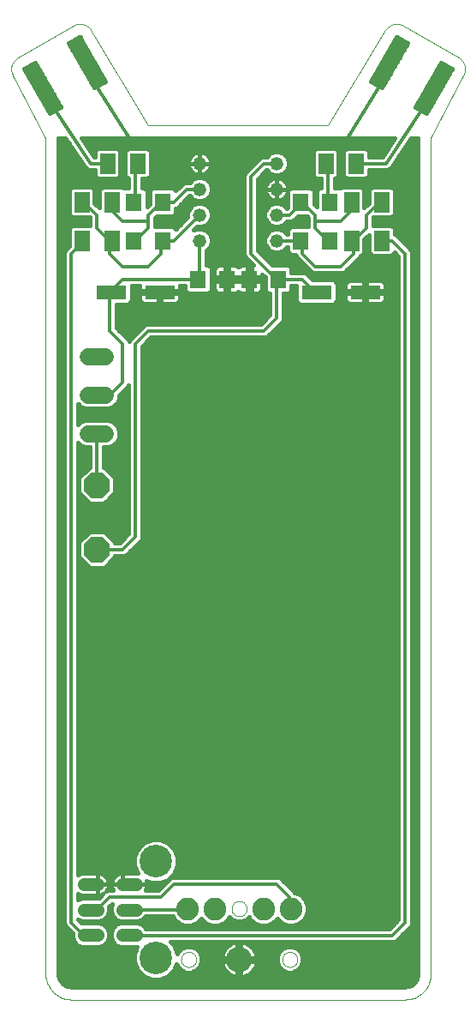
<source format=gtl>
G75*
%MOIN*%
%OFA0B0*%
%FSLAX24Y24*%
%IPPOS*%
%LPD*%
%AMOC8*
5,1,8,0,0,1.08239X$1,22.5*
%
%ADD10C,0.0000*%
%ADD11C,0.0520*%
%ADD12R,0.0630X0.0710*%
%ADD13R,0.1181X0.0551*%
%ADD14C,0.1000*%
%ADD15C,0.0886*%
%ADD16R,0.0591X0.0787*%
%ADD17C,0.0560*%
%ADD18C,0.0515*%
%ADD19C,0.1266*%
%ADD20OC8,0.1000*%
%ADD21C,0.0660*%
%ADD22C,0.0120*%
%ADD23C,0.0160*%
D10*
X005983Y001995D02*
X005983Y034495D01*
X004718Y036919D01*
X004698Y036958D01*
X004681Y036998D01*
X004668Y037040D01*
X004659Y037082D01*
X004653Y037125D01*
X004651Y037169D01*
X004653Y037213D01*
X004659Y037256D01*
X004668Y037298D01*
X004681Y037340D01*
X004698Y037380D01*
X004718Y037419D01*
X004741Y037456D01*
X004768Y037490D01*
X004797Y037523D01*
X004830Y037552D01*
X004864Y037579D01*
X004901Y037602D01*
X007066Y038852D01*
X007105Y038872D01*
X007145Y038889D01*
X007187Y038902D01*
X007229Y038911D01*
X007272Y038917D01*
X007316Y038919D01*
X007360Y038917D01*
X007403Y038911D01*
X007445Y038902D01*
X007487Y038889D01*
X007527Y038872D01*
X007566Y038852D01*
X007603Y038829D01*
X007637Y038802D01*
X007670Y038773D01*
X007699Y038740D01*
X007726Y038706D01*
X007749Y038669D01*
X009983Y034995D01*
X016983Y034995D01*
X019218Y038669D01*
X019241Y038706D01*
X019268Y038740D01*
X019297Y038773D01*
X019330Y038802D01*
X019364Y038829D01*
X019401Y038852D01*
X019440Y038872D01*
X019480Y038889D01*
X019522Y038902D01*
X019564Y038911D01*
X019607Y038917D01*
X019651Y038919D01*
X019695Y038917D01*
X019738Y038911D01*
X019780Y038902D01*
X019822Y038889D01*
X019862Y038872D01*
X019901Y038852D01*
X022066Y037602D01*
X022103Y037579D01*
X022137Y037552D01*
X022170Y037523D01*
X022199Y037490D01*
X022226Y037456D01*
X022249Y037419D01*
X022269Y037380D01*
X022286Y037340D01*
X022299Y037298D01*
X022308Y037256D01*
X022314Y037213D01*
X022316Y037169D01*
X022314Y037125D01*
X022308Y037082D01*
X022299Y037040D01*
X022286Y036998D01*
X022269Y036958D01*
X022249Y036919D01*
X020983Y034495D01*
X020983Y001995D01*
X020981Y001935D01*
X020976Y001874D01*
X020967Y001815D01*
X020954Y001756D01*
X020938Y001697D01*
X020918Y001640D01*
X020895Y001585D01*
X020868Y001530D01*
X020839Y001478D01*
X020806Y001427D01*
X020770Y001378D01*
X020732Y001332D01*
X020690Y001288D01*
X020646Y001246D01*
X020600Y001208D01*
X020551Y001172D01*
X020500Y001139D01*
X020448Y001110D01*
X020393Y001083D01*
X020338Y001060D01*
X020281Y001040D01*
X020222Y001024D01*
X020163Y001011D01*
X020104Y001002D01*
X020043Y000997D01*
X019983Y000995D01*
X006983Y000995D01*
X006923Y000997D01*
X006862Y001002D01*
X006803Y001011D01*
X006744Y001024D01*
X006685Y001040D01*
X006628Y001060D01*
X006573Y001083D01*
X006518Y001110D01*
X006466Y001139D01*
X006415Y001172D01*
X006366Y001208D01*
X006320Y001246D01*
X006276Y001288D01*
X006234Y001332D01*
X006196Y001378D01*
X006160Y001427D01*
X006127Y001478D01*
X006098Y001530D01*
X006071Y001585D01*
X006048Y001640D01*
X006028Y001697D01*
X006012Y001756D01*
X005999Y001815D01*
X005990Y001874D01*
X005985Y001935D01*
X005983Y001995D01*
X011259Y002558D02*
X011261Y002592D01*
X011267Y002626D01*
X011277Y002659D01*
X011290Y002690D01*
X011308Y002720D01*
X011328Y002748D01*
X011352Y002773D01*
X011378Y002795D01*
X011406Y002813D01*
X011437Y002829D01*
X011469Y002841D01*
X011503Y002849D01*
X011537Y002853D01*
X011571Y002853D01*
X011605Y002849D01*
X011639Y002841D01*
X011671Y002829D01*
X011701Y002813D01*
X011730Y002795D01*
X011756Y002773D01*
X011780Y002748D01*
X011800Y002720D01*
X011818Y002690D01*
X011831Y002659D01*
X011841Y002626D01*
X011847Y002592D01*
X011849Y002558D01*
X011847Y002524D01*
X011841Y002490D01*
X011831Y002457D01*
X011818Y002426D01*
X011800Y002396D01*
X011780Y002368D01*
X011756Y002343D01*
X011730Y002321D01*
X011702Y002303D01*
X011671Y002287D01*
X011639Y002275D01*
X011605Y002267D01*
X011571Y002263D01*
X011537Y002263D01*
X011503Y002267D01*
X011469Y002275D01*
X011437Y002287D01*
X011406Y002303D01*
X011378Y002321D01*
X011352Y002343D01*
X011328Y002368D01*
X011308Y002396D01*
X011290Y002426D01*
X011277Y002457D01*
X011267Y002490D01*
X011261Y002524D01*
X011259Y002558D01*
X013228Y004527D02*
X013230Y004561D01*
X013236Y004595D01*
X013246Y004628D01*
X013259Y004659D01*
X013277Y004689D01*
X013297Y004717D01*
X013321Y004742D01*
X013347Y004764D01*
X013375Y004782D01*
X013406Y004798D01*
X013438Y004810D01*
X013472Y004818D01*
X013506Y004822D01*
X013540Y004822D01*
X013574Y004818D01*
X013608Y004810D01*
X013640Y004798D01*
X013670Y004782D01*
X013699Y004764D01*
X013725Y004742D01*
X013749Y004717D01*
X013769Y004689D01*
X013787Y004659D01*
X013800Y004628D01*
X013810Y004595D01*
X013816Y004561D01*
X013818Y004527D01*
X013816Y004493D01*
X013810Y004459D01*
X013800Y004426D01*
X013787Y004395D01*
X013769Y004365D01*
X013749Y004337D01*
X013725Y004312D01*
X013699Y004290D01*
X013671Y004272D01*
X013640Y004256D01*
X013608Y004244D01*
X013574Y004236D01*
X013540Y004232D01*
X013506Y004232D01*
X013472Y004236D01*
X013438Y004244D01*
X013406Y004256D01*
X013375Y004272D01*
X013347Y004290D01*
X013321Y004312D01*
X013297Y004337D01*
X013277Y004365D01*
X013259Y004395D01*
X013246Y004426D01*
X013236Y004459D01*
X013230Y004493D01*
X013228Y004527D01*
X015196Y002558D02*
X015198Y002592D01*
X015204Y002626D01*
X015214Y002659D01*
X015227Y002690D01*
X015245Y002720D01*
X015265Y002748D01*
X015289Y002773D01*
X015315Y002795D01*
X015343Y002813D01*
X015374Y002829D01*
X015406Y002841D01*
X015440Y002849D01*
X015474Y002853D01*
X015508Y002853D01*
X015542Y002849D01*
X015576Y002841D01*
X015608Y002829D01*
X015638Y002813D01*
X015667Y002795D01*
X015693Y002773D01*
X015717Y002748D01*
X015737Y002720D01*
X015755Y002690D01*
X015768Y002659D01*
X015778Y002626D01*
X015784Y002592D01*
X015786Y002558D01*
X015784Y002524D01*
X015778Y002490D01*
X015768Y002457D01*
X015755Y002426D01*
X015737Y002396D01*
X015717Y002368D01*
X015693Y002343D01*
X015667Y002321D01*
X015639Y002303D01*
X015608Y002287D01*
X015576Y002275D01*
X015542Y002267D01*
X015508Y002263D01*
X015474Y002263D01*
X015440Y002267D01*
X015406Y002275D01*
X015374Y002287D01*
X015343Y002303D01*
X015315Y002321D01*
X015289Y002343D01*
X015265Y002368D01*
X015245Y002396D01*
X015227Y002426D01*
X015214Y002457D01*
X015204Y002490D01*
X015198Y002524D01*
X015196Y002558D01*
D11*
X014983Y030495D03*
X014983Y031495D03*
X014983Y032495D03*
X014983Y033495D03*
X011983Y033495D03*
X011983Y032495D03*
X011983Y031495D03*
X011983Y030495D03*
D12*
X011923Y028995D03*
X013043Y028995D03*
X013923Y028995D03*
X015043Y028995D03*
X015923Y030495D03*
X015923Y031995D03*
X017043Y031995D03*
X017043Y030495D03*
X010543Y030495D03*
X010543Y031995D03*
X009423Y031995D03*
X009423Y030495D03*
D13*
X008538Y028495D03*
X010428Y028495D03*
X016538Y028495D03*
X018428Y028495D03*
D14*
X013523Y002558D03*
D15*
X014468Y004527D03*
X015531Y004527D03*
X012578Y004527D03*
X011515Y004527D03*
D16*
X008574Y030495D03*
X008574Y031995D03*
X008393Y033495D03*
X009574Y033495D03*
X007393Y031995D03*
X007393Y030495D03*
X016893Y033495D03*
X017893Y031995D03*
X017893Y030495D03*
X019074Y030495D03*
X019074Y031995D03*
X018074Y033495D03*
D17*
X019131Y036987D03*
X020836Y036003D03*
X007836Y036987D03*
X006131Y036003D03*
D18*
X007484Y005480D02*
X007999Y005480D01*
X007999Y004495D02*
X007484Y004495D01*
X007484Y003511D02*
X007999Y003511D01*
X008983Y003511D02*
X009498Y003511D01*
X009498Y004495D02*
X008983Y004495D01*
X008983Y005480D02*
X009498Y005480D01*
D19*
X010282Y006365D03*
X010282Y002625D03*
D20*
X007983Y018495D03*
X007983Y020995D03*
D21*
X007653Y022995D02*
X008313Y022995D01*
X008313Y024495D02*
X007653Y024495D01*
X007653Y025995D02*
X008313Y025995D01*
D22*
X008983Y026495D02*
X008483Y026995D01*
X008483Y028495D01*
X008538Y028495D01*
X008483Y028495D02*
X008983Y028995D01*
X011923Y028995D01*
X011983Y028995D01*
X011983Y030495D01*
X010983Y030495D02*
X011983Y031495D01*
X011983Y032495D02*
X011483Y032495D01*
X010983Y031995D01*
X010543Y031995D01*
X010483Y031995D01*
X009983Y031495D01*
X009983Y031245D01*
X008983Y031245D01*
X008483Y031745D01*
X008483Y031995D01*
X008574Y031995D01*
X007983Y031495D02*
X007983Y030995D01*
X008483Y030495D01*
X008574Y030495D01*
X008483Y030495D02*
X008483Y029995D01*
X008983Y029495D01*
X009983Y029495D01*
X010483Y029995D01*
X010483Y030495D01*
X010543Y030495D01*
X010983Y030495D01*
X009983Y030995D02*
X009483Y030495D01*
X009423Y030495D01*
X009983Y030995D02*
X009983Y031245D01*
X009483Y031995D02*
X009423Y031995D01*
X009483Y031995D02*
X009483Y033495D01*
X009574Y033495D01*
X009233Y034495D02*
X007983Y036495D01*
X006233Y035745D02*
X007733Y033495D01*
X008393Y033495D01*
X007483Y031995D02*
X007983Y031495D01*
X007483Y031995D02*
X007393Y031995D01*
X007393Y030495D02*
X007483Y030495D01*
X006983Y029995D01*
X006983Y003995D01*
X007483Y003495D01*
X007983Y003495D01*
X007999Y003511D01*
X007999Y004495D02*
X007999Y004511D01*
X008483Y004995D01*
X010483Y004995D01*
X010983Y005495D01*
X014983Y005495D01*
X015483Y004995D01*
X015483Y004495D01*
X015515Y004527D01*
X015531Y004527D01*
X019483Y003495D02*
X019983Y003995D01*
X019983Y029995D01*
X019483Y030495D01*
X019074Y030495D01*
X018483Y030995D02*
X018483Y031495D01*
X018983Y031995D01*
X019074Y031995D01*
X018483Y030995D02*
X017983Y030495D01*
X017893Y030495D01*
X017983Y030495D02*
X017983Y029995D01*
X017483Y029495D01*
X016483Y029495D01*
X015983Y029995D01*
X015983Y030495D01*
X015923Y030495D01*
X014983Y030495D01*
X014983Y031495D02*
X015483Y031495D01*
X015983Y031995D01*
X016483Y031495D01*
X016483Y031245D01*
X017483Y031245D01*
X017983Y031745D01*
X017983Y031995D01*
X017893Y031995D01*
X017043Y031995D02*
X016983Y031995D01*
X016983Y033495D01*
X016893Y033495D01*
X017733Y034495D02*
X018983Y036495D01*
X020733Y035745D02*
X019233Y033495D01*
X018074Y033495D01*
X017983Y033495D01*
X016483Y031245D02*
X016483Y030995D01*
X016983Y030495D01*
X017043Y030495D01*
X015983Y028995D02*
X015043Y028995D01*
X014983Y028995D01*
X014983Y027495D01*
X014483Y026995D01*
X009983Y026995D01*
X009483Y026495D01*
X009483Y018995D01*
X008983Y018495D01*
X007983Y018495D01*
X007983Y020995D02*
X007983Y022995D01*
X007983Y024495D02*
X008483Y024495D01*
X008983Y024995D01*
X008983Y026495D01*
X013983Y029995D02*
X013983Y032995D01*
X014483Y033495D01*
X014983Y033495D01*
X014983Y032995D02*
X014983Y032495D01*
X015923Y031995D02*
X015983Y031995D01*
X013983Y029995D02*
X014983Y028995D01*
X015983Y028995D02*
X016483Y028495D01*
X016538Y028495D01*
X011515Y004527D02*
X011483Y004495D01*
X008983Y004495D01*
X008983Y003511D02*
X008983Y003495D01*
X019483Y003495D01*
D23*
X019535Y003235D02*
X019631Y003275D01*
X020204Y003848D01*
X020243Y003944D01*
X020243Y030047D01*
X020204Y030143D01*
X020131Y030216D01*
X019631Y030716D01*
X019569Y030741D01*
X019569Y030972D01*
X019452Y031089D01*
X018743Y031089D01*
X018743Y031388D01*
X018757Y031402D01*
X019452Y031402D01*
X019569Y031519D01*
X019569Y032472D01*
X019452Y032589D01*
X018696Y032589D01*
X018579Y032472D01*
X018579Y031958D01*
X018388Y031768D01*
X018388Y032472D01*
X018271Y032589D01*
X017515Y032589D01*
X017458Y032533D01*
X017441Y032550D01*
X017243Y032550D01*
X017243Y032902D01*
X017271Y032902D01*
X017388Y033019D01*
X017388Y033972D01*
X017271Y034089D01*
X016515Y034089D01*
X016397Y033972D01*
X016397Y033019D01*
X016515Y032902D01*
X016723Y032902D01*
X016723Y032550D01*
X016645Y032550D01*
X016528Y032433D01*
X016528Y031818D01*
X016438Y031908D01*
X016438Y032433D01*
X016321Y032550D01*
X015526Y032550D01*
X015421Y032446D01*
X015423Y032461D01*
X015423Y032495D01*
X014983Y032495D01*
X014983Y032495D01*
X014983Y032055D01*
X014949Y032055D01*
X014880Y032066D01*
X014814Y032088D01*
X014753Y032119D01*
X014697Y032160D01*
X014648Y032209D01*
X014607Y032265D01*
X014576Y032326D01*
X014554Y032392D01*
X014543Y032461D01*
X014543Y032495D01*
X014983Y032495D01*
X014983Y032495D01*
X014983Y032055D01*
X015018Y032055D01*
X015086Y032066D01*
X015152Y032088D01*
X015214Y032119D01*
X015270Y032160D01*
X015319Y032209D01*
X015360Y032265D01*
X015391Y032326D01*
X015408Y032380D01*
X015408Y031788D01*
X015376Y031755D01*
X015373Y031755D01*
X015373Y031756D01*
X015244Y031885D01*
X015075Y031955D01*
X014892Y031955D01*
X014723Y031885D01*
X014593Y031756D01*
X014523Y031587D01*
X014523Y031404D01*
X014593Y031235D01*
X014723Y031105D01*
X014892Y031035D01*
X015075Y031035D01*
X015244Y031105D01*
X015373Y031235D01*
X015373Y031235D01*
X015535Y031235D01*
X015631Y031275D01*
X015704Y031348D01*
X015796Y031440D01*
X016170Y031440D01*
X016223Y031388D01*
X016223Y031050D01*
X015526Y031050D01*
X015408Y030933D01*
X015408Y030755D01*
X015373Y030755D01*
X015373Y030756D01*
X015244Y030885D01*
X015075Y030955D01*
X014892Y030955D01*
X014723Y030885D01*
X014593Y030756D01*
X014523Y030587D01*
X014523Y030404D01*
X014593Y030235D01*
X014723Y030105D01*
X014892Y030035D01*
X015075Y030035D01*
X015244Y030105D01*
X015373Y030235D01*
X015373Y030235D01*
X015408Y030235D01*
X015408Y030058D01*
X015526Y029940D01*
X015725Y029940D01*
X015763Y029848D01*
X016263Y029348D01*
X016336Y029275D01*
X016432Y029235D01*
X017535Y029235D01*
X017631Y029275D01*
X018131Y029775D01*
X018204Y029848D01*
X018226Y029902D01*
X018271Y029902D01*
X018388Y030019D01*
X018388Y030532D01*
X018579Y030723D01*
X018579Y030019D01*
X018696Y029902D01*
X019452Y029902D01*
X019569Y030019D01*
X019569Y030042D01*
X019723Y029888D01*
X019723Y004103D01*
X019376Y003755D01*
X009892Y003755D01*
X009886Y003770D01*
X009757Y003899D01*
X009589Y003969D01*
X008892Y003969D01*
X008724Y003899D01*
X008595Y003770D01*
X008526Y003602D01*
X008526Y003420D01*
X008595Y003252D01*
X008724Y003123D01*
X008892Y003054D01*
X009558Y003054D01*
X009449Y002791D01*
X009449Y002460D01*
X009576Y002153D01*
X009811Y001919D01*
X010117Y001792D01*
X010448Y001792D01*
X010754Y001919D01*
X010989Y002153D01*
X011087Y002391D01*
X011134Y002278D01*
X011274Y002138D01*
X011456Y002063D01*
X011653Y002063D01*
X011835Y002138D01*
X011974Y002278D01*
X012049Y002460D01*
X012049Y002657D01*
X011974Y002839D01*
X011835Y002978D01*
X011653Y003054D01*
X011456Y003054D01*
X011274Y002978D01*
X011134Y002839D01*
X011115Y002792D01*
X010989Y003097D01*
X010851Y003235D01*
X019535Y003235D01*
X019728Y003373D02*
X020483Y003373D01*
X020483Y003531D02*
X019887Y003531D01*
X020045Y003690D02*
X020483Y003690D01*
X020483Y003848D02*
X020204Y003848D01*
X020243Y004007D02*
X020483Y004007D01*
X020483Y004165D02*
X020243Y004165D01*
X020243Y004324D02*
X020483Y004324D01*
X020483Y004482D02*
X020243Y004482D01*
X020243Y004641D02*
X020483Y004641D01*
X020483Y004799D02*
X020243Y004799D01*
X020243Y004958D02*
X020483Y004958D01*
X020483Y005116D02*
X020243Y005116D01*
X020243Y005275D02*
X020483Y005275D01*
X020483Y005433D02*
X020243Y005433D01*
X020243Y005592D02*
X020483Y005592D01*
X020483Y005750D02*
X020243Y005750D01*
X020243Y005909D02*
X020483Y005909D01*
X020483Y006067D02*
X020243Y006067D01*
X020243Y006226D02*
X020483Y006226D01*
X020483Y006384D02*
X020243Y006384D01*
X020243Y006543D02*
X020483Y006543D01*
X020483Y006701D02*
X020243Y006701D01*
X020243Y006860D02*
X020483Y006860D01*
X020483Y007018D02*
X020243Y007018D01*
X020243Y007177D02*
X020483Y007177D01*
X020483Y007335D02*
X020243Y007335D01*
X020243Y007494D02*
X020483Y007494D01*
X020483Y007652D02*
X020243Y007652D01*
X020243Y007811D02*
X020483Y007811D01*
X020483Y007969D02*
X020243Y007969D01*
X020243Y008128D02*
X020483Y008128D01*
X020483Y008286D02*
X020243Y008286D01*
X020243Y008445D02*
X020483Y008445D01*
X020483Y008603D02*
X020243Y008603D01*
X020243Y008762D02*
X020483Y008762D01*
X020483Y008920D02*
X020243Y008920D01*
X020243Y009079D02*
X020483Y009079D01*
X020483Y009237D02*
X020243Y009237D01*
X020243Y009396D02*
X020483Y009396D01*
X020483Y009554D02*
X020243Y009554D01*
X020243Y009713D02*
X020483Y009713D01*
X020483Y009871D02*
X020243Y009871D01*
X020243Y010030D02*
X020483Y010030D01*
X020483Y010188D02*
X020243Y010188D01*
X020243Y010347D02*
X020483Y010347D01*
X020483Y010505D02*
X020243Y010505D01*
X020243Y010664D02*
X020483Y010664D01*
X020483Y010822D02*
X020243Y010822D01*
X020243Y010981D02*
X020483Y010981D01*
X020483Y011139D02*
X020243Y011139D01*
X020243Y011298D02*
X020483Y011298D01*
X020483Y011456D02*
X020243Y011456D01*
X020243Y011615D02*
X020483Y011615D01*
X020483Y011773D02*
X020243Y011773D01*
X020243Y011932D02*
X020483Y011932D01*
X020483Y012090D02*
X020243Y012090D01*
X020243Y012249D02*
X020483Y012249D01*
X020483Y012407D02*
X020243Y012407D01*
X020243Y012566D02*
X020483Y012566D01*
X020483Y012724D02*
X020243Y012724D01*
X020243Y012883D02*
X020483Y012883D01*
X020483Y013041D02*
X020243Y013041D01*
X020243Y013200D02*
X020483Y013200D01*
X020483Y013358D02*
X020243Y013358D01*
X020243Y013517D02*
X020483Y013517D01*
X020483Y013675D02*
X020243Y013675D01*
X020243Y013834D02*
X020483Y013834D01*
X020483Y013992D02*
X020243Y013992D01*
X020243Y014151D02*
X020483Y014151D01*
X020483Y014309D02*
X020243Y014309D01*
X020243Y014468D02*
X020483Y014468D01*
X020483Y014626D02*
X020243Y014626D01*
X020243Y014785D02*
X020483Y014785D01*
X020483Y014943D02*
X020243Y014943D01*
X020243Y015102D02*
X020483Y015102D01*
X020483Y015260D02*
X020243Y015260D01*
X020243Y015419D02*
X020483Y015419D01*
X020483Y015577D02*
X020243Y015577D01*
X020243Y015736D02*
X020483Y015736D01*
X020483Y015894D02*
X020243Y015894D01*
X020243Y016053D02*
X020483Y016053D01*
X020483Y016211D02*
X020243Y016211D01*
X020243Y016370D02*
X020483Y016370D01*
X020483Y016528D02*
X020243Y016528D01*
X020243Y016687D02*
X020483Y016687D01*
X020483Y016845D02*
X020243Y016845D01*
X020243Y017004D02*
X020483Y017004D01*
X020483Y017162D02*
X020243Y017162D01*
X020243Y017321D02*
X020483Y017321D01*
X020483Y017479D02*
X020243Y017479D01*
X020243Y017638D02*
X020483Y017638D01*
X020483Y017796D02*
X020243Y017796D01*
X020243Y017955D02*
X020483Y017955D01*
X020483Y018113D02*
X020243Y018113D01*
X020243Y018272D02*
X020483Y018272D01*
X020483Y018430D02*
X020243Y018430D01*
X020243Y018589D02*
X020483Y018589D01*
X020483Y018747D02*
X020243Y018747D01*
X020243Y018906D02*
X020483Y018906D01*
X020483Y019064D02*
X020243Y019064D01*
X020243Y019223D02*
X020483Y019223D01*
X020483Y019381D02*
X020243Y019381D01*
X020243Y019540D02*
X020483Y019540D01*
X020483Y019698D02*
X020243Y019698D01*
X020243Y019857D02*
X020483Y019857D01*
X020483Y020015D02*
X020243Y020015D01*
X020243Y020174D02*
X020483Y020174D01*
X020483Y020332D02*
X020243Y020332D01*
X020243Y020491D02*
X020483Y020491D01*
X020483Y020649D02*
X020243Y020649D01*
X020243Y020808D02*
X020483Y020808D01*
X020483Y020966D02*
X020243Y020966D01*
X020243Y021125D02*
X020483Y021125D01*
X020483Y021283D02*
X020243Y021283D01*
X020243Y021442D02*
X020483Y021442D01*
X020483Y021600D02*
X020243Y021600D01*
X020243Y021759D02*
X020483Y021759D01*
X020483Y021917D02*
X020243Y021917D01*
X020243Y022076D02*
X020483Y022076D01*
X020483Y022234D02*
X020243Y022234D01*
X020243Y022393D02*
X020483Y022393D01*
X020483Y022551D02*
X020243Y022551D01*
X020243Y022710D02*
X020483Y022710D01*
X020483Y022868D02*
X020243Y022868D01*
X020243Y023027D02*
X020483Y023027D01*
X020483Y023185D02*
X020243Y023185D01*
X020243Y023344D02*
X020483Y023344D01*
X020483Y023502D02*
X020243Y023502D01*
X020243Y023661D02*
X020483Y023661D01*
X020483Y023819D02*
X020243Y023819D01*
X020243Y023978D02*
X020483Y023978D01*
X020483Y024136D02*
X020243Y024136D01*
X020243Y024295D02*
X020483Y024295D01*
X020483Y024453D02*
X020243Y024453D01*
X020243Y024612D02*
X020483Y024612D01*
X020483Y024770D02*
X020243Y024770D01*
X020243Y024929D02*
X020483Y024929D01*
X020483Y025087D02*
X020243Y025087D01*
X020243Y025246D02*
X020483Y025246D01*
X020483Y025404D02*
X020243Y025404D01*
X020243Y025563D02*
X020483Y025563D01*
X020483Y025721D02*
X020243Y025721D01*
X020243Y025880D02*
X020483Y025880D01*
X020483Y026038D02*
X020243Y026038D01*
X020243Y026197D02*
X020483Y026197D01*
X020483Y026355D02*
X020243Y026355D01*
X020243Y026514D02*
X020483Y026514D01*
X020483Y026672D02*
X020243Y026672D01*
X020243Y026831D02*
X020483Y026831D01*
X020483Y026989D02*
X020243Y026989D01*
X020243Y027148D02*
X020483Y027148D01*
X020483Y027306D02*
X020243Y027306D01*
X020243Y027465D02*
X020483Y027465D01*
X020483Y027623D02*
X020243Y027623D01*
X020243Y027782D02*
X020483Y027782D01*
X020483Y027940D02*
X020243Y027940D01*
X020243Y028099D02*
X020483Y028099D01*
X020483Y028257D02*
X020243Y028257D01*
X020243Y028416D02*
X020483Y028416D01*
X020483Y028574D02*
X020243Y028574D01*
X020243Y028733D02*
X020483Y028733D01*
X020483Y028891D02*
X020243Y028891D01*
X020243Y029050D02*
X020483Y029050D01*
X020483Y029208D02*
X020243Y029208D01*
X020243Y029367D02*
X020483Y029367D01*
X020483Y029525D02*
X020243Y029525D01*
X020243Y029684D02*
X020483Y029684D01*
X020483Y029842D02*
X020243Y029842D01*
X020243Y030001D02*
X020483Y030001D01*
X020483Y030159D02*
X020187Y030159D01*
X020028Y030318D02*
X020483Y030318D01*
X020483Y030476D02*
X019870Y030476D01*
X019711Y030635D02*
X020483Y030635D01*
X020483Y030793D02*
X019569Y030793D01*
X019569Y030952D02*
X020483Y030952D01*
X020483Y031110D02*
X018743Y031110D01*
X018743Y031269D02*
X020483Y031269D01*
X020483Y031427D02*
X019478Y031427D01*
X019569Y031586D02*
X020483Y031586D01*
X020483Y031744D02*
X019569Y031744D01*
X019569Y031903D02*
X020483Y031903D01*
X020483Y032061D02*
X019569Y032061D01*
X019569Y032220D02*
X020483Y032220D01*
X020483Y032378D02*
X019569Y032378D01*
X019504Y032537D02*
X020483Y032537D01*
X020483Y032695D02*
X017243Y032695D01*
X017243Y032854D02*
X020483Y032854D01*
X020483Y033012D02*
X018563Y033012D01*
X018569Y033019D02*
X018569Y033235D01*
X019208Y033235D01*
X019234Y033230D01*
X019259Y033235D01*
X019285Y033235D01*
X019309Y033245D01*
X019335Y033251D01*
X019357Y033265D01*
X019381Y033275D01*
X019399Y033293D01*
X019421Y033308D01*
X019435Y033330D01*
X019454Y033348D01*
X019464Y033372D01*
X020212Y034495D01*
X020483Y034495D01*
X020483Y001995D01*
X020476Y001909D01*
X020453Y001824D01*
X020416Y001745D01*
X020366Y001674D01*
X020305Y001612D01*
X020233Y001562D01*
X020154Y001526D01*
X020070Y001503D01*
X019983Y001495D01*
X006983Y001495D01*
X006896Y001503D01*
X006812Y001526D01*
X006733Y001562D01*
X006662Y001612D01*
X006600Y001674D01*
X006550Y001745D01*
X006513Y001824D01*
X006491Y001909D01*
X006483Y001995D01*
X006483Y034495D01*
X006754Y034495D01*
X007503Y033372D01*
X007513Y033348D01*
X007531Y033330D01*
X007546Y033308D01*
X007567Y033293D01*
X007586Y033275D01*
X007610Y033265D01*
X007632Y033251D01*
X007657Y033245D01*
X007682Y033235D01*
X007708Y033235D01*
X007733Y033230D01*
X007759Y033235D01*
X007897Y033235D01*
X007897Y033019D01*
X008015Y032902D01*
X008771Y032902D01*
X008888Y033019D01*
X008888Y033972D01*
X008771Y034089D01*
X008015Y034089D01*
X007897Y033972D01*
X007897Y033755D01*
X007872Y033755D01*
X007379Y034495D01*
X019587Y034495D01*
X019094Y033755D01*
X018569Y033755D01*
X018569Y033972D01*
X018452Y034089D01*
X017696Y034089D01*
X017579Y033972D01*
X017579Y033019D01*
X017696Y032902D01*
X018452Y032902D01*
X018569Y033019D01*
X018569Y033171D02*
X020483Y033171D01*
X020483Y033329D02*
X019435Y033329D01*
X019541Y033488D02*
X020483Y033488D01*
X020483Y033646D02*
X019646Y033646D01*
X019752Y033805D02*
X020483Y033805D01*
X020483Y033963D02*
X019858Y033963D01*
X019963Y034122D02*
X020483Y034122D01*
X020483Y034280D02*
X020069Y034280D01*
X020175Y034439D02*
X020483Y034439D01*
X020816Y035437D02*
X020383Y035687D01*
X021383Y037419D01*
X021816Y037169D01*
X020816Y035437D01*
X020880Y035548D02*
X020623Y035548D01*
X020394Y035707D02*
X020971Y035707D01*
X021063Y035865D02*
X020486Y035865D01*
X020577Y036024D02*
X021154Y036024D01*
X021246Y036182D02*
X020669Y036182D01*
X020760Y036341D02*
X021337Y036341D01*
X021429Y036499D02*
X020852Y036499D01*
X020943Y036658D02*
X021520Y036658D01*
X021612Y036816D02*
X021035Y036816D01*
X021126Y036975D02*
X021704Y036975D01*
X021795Y037133D02*
X021218Y037133D01*
X021309Y037292D02*
X021604Y037292D01*
X020084Y038169D02*
X019084Y036437D01*
X018651Y036687D01*
X019651Y038419D01*
X020084Y038169D01*
X020035Y038084D02*
X019457Y038084D01*
X019366Y037926D02*
X019943Y037926D01*
X019852Y037767D02*
X019274Y037767D01*
X019183Y037609D02*
X019760Y037609D01*
X019669Y037450D02*
X019091Y037450D01*
X019000Y037292D02*
X019577Y037292D01*
X019486Y037133D02*
X018908Y037133D01*
X018817Y036975D02*
X019394Y036975D01*
X019303Y036816D02*
X018725Y036816D01*
X018702Y036658D02*
X019211Y036658D01*
X019120Y036499D02*
X018976Y036499D01*
X019549Y038243D02*
X019956Y038243D01*
X019682Y038401D02*
X019640Y038401D01*
X019550Y034439D02*
X007417Y034439D01*
X007522Y034280D02*
X019444Y034280D01*
X019338Y034122D02*
X007628Y034122D01*
X007734Y033963D02*
X007897Y033963D01*
X007897Y033805D02*
X007839Y033805D01*
X007531Y033329D02*
X006483Y033329D01*
X006483Y033171D02*
X007897Y033171D01*
X007904Y033012D02*
X006483Y033012D01*
X006483Y032854D02*
X009223Y032854D01*
X009223Y032902D02*
X009223Y032550D01*
X009026Y032550D01*
X009008Y032533D01*
X008952Y032589D01*
X008196Y032589D01*
X008079Y032472D01*
X008079Y031768D01*
X007888Y031958D01*
X007888Y032472D01*
X007771Y032589D01*
X007015Y032589D01*
X006897Y032472D01*
X006897Y031519D01*
X007015Y031402D01*
X007709Y031402D01*
X007723Y031388D01*
X007723Y031089D01*
X007015Y031089D01*
X006897Y030972D01*
X006897Y030277D01*
X006763Y030143D01*
X006723Y030047D01*
X006723Y003944D01*
X006763Y003848D01*
X006836Y003775D01*
X007027Y003584D01*
X007027Y003420D01*
X007096Y003252D01*
X007225Y003123D01*
X007393Y003054D01*
X008090Y003054D01*
X008258Y003123D01*
X008387Y003252D01*
X008456Y003420D01*
X008456Y003602D01*
X008387Y003770D01*
X008258Y003899D01*
X008090Y003969D01*
X007393Y003969D01*
X007382Y003964D01*
X007249Y004098D01*
X007393Y004038D01*
X008090Y004038D01*
X008258Y004108D01*
X008387Y004236D01*
X008456Y004404D01*
X008456Y004586D01*
X008452Y004597D01*
X008585Y004729D01*
X008526Y004586D01*
X008526Y004404D01*
X008595Y004236D01*
X008724Y004108D01*
X008892Y004038D01*
X009589Y004038D01*
X009757Y004108D01*
X009885Y004235D01*
X010940Y004235D01*
X010970Y004163D01*
X011151Y003982D01*
X011387Y003884D01*
X011643Y003884D01*
X011879Y003982D01*
X012046Y004149D01*
X012214Y003982D01*
X012450Y003884D01*
X012706Y003884D01*
X012942Y003982D01*
X013123Y004163D01*
X013141Y004208D01*
X013242Y004107D01*
X013424Y004032D01*
X013621Y004032D01*
X013803Y004107D01*
X013904Y004208D01*
X013922Y004163D01*
X014103Y003982D01*
X014340Y003884D01*
X014595Y003884D01*
X014832Y003982D01*
X014999Y004149D01*
X015166Y003982D01*
X015403Y003884D01*
X015658Y003884D01*
X015895Y003982D01*
X016076Y004163D01*
X016173Y004399D01*
X016173Y004655D01*
X016076Y004891D01*
X015895Y005072D01*
X015689Y005157D01*
X015631Y005216D01*
X015631Y005216D01*
X015204Y005643D01*
X015131Y005716D01*
X015035Y005755D01*
X010932Y005755D01*
X010836Y005716D01*
X010763Y005643D01*
X010376Y005255D01*
X009875Y005255D01*
X009904Y005312D01*
X009925Y005377D01*
X009936Y005445D01*
X009936Y005480D01*
X009936Y005514D01*
X009925Y005582D01*
X009914Y005616D01*
X010117Y005532D01*
X010448Y005532D01*
X010754Y005659D01*
X010989Y005894D01*
X011116Y006200D01*
X011116Y006531D01*
X010989Y006837D01*
X010754Y007072D01*
X010448Y007199D01*
X010117Y007199D01*
X009811Y007072D01*
X009576Y006837D01*
X009449Y006531D01*
X009449Y006200D01*
X009569Y005911D01*
X009533Y005917D01*
X008983Y005917D01*
X008949Y005917D01*
X008881Y005906D01*
X008815Y005885D01*
X008754Y005854D01*
X008698Y005813D01*
X008650Y005765D01*
X008609Y005709D01*
X008578Y005648D01*
X008557Y005582D01*
X008546Y005514D01*
X008546Y005480D01*
X008983Y005480D01*
X008983Y005917D01*
X008983Y005480D01*
X008983Y005480D01*
X008983Y005480D01*
X008546Y005480D01*
X008546Y005445D01*
X008557Y005377D01*
X008578Y005312D01*
X008607Y005255D01*
X008432Y005255D01*
X008353Y005223D01*
X008373Y005250D01*
X008404Y005312D01*
X008426Y005377D01*
X008436Y005445D01*
X008436Y005480D01*
X008436Y005514D01*
X008426Y005582D01*
X008404Y005648D01*
X008373Y005709D01*
X008333Y005765D01*
X008284Y005813D01*
X008228Y005854D01*
X008167Y005885D01*
X008101Y005906D01*
X008033Y005917D01*
X007999Y005917D01*
X007450Y005917D01*
X007382Y005906D01*
X007316Y005885D01*
X007255Y005854D01*
X007243Y005845D01*
X007243Y022656D01*
X007353Y022546D01*
X007548Y022465D01*
X007723Y022465D01*
X007723Y021695D01*
X007693Y021695D01*
X007283Y021285D01*
X007283Y020705D01*
X007693Y020295D01*
X008273Y020295D01*
X008683Y020705D01*
X008683Y021285D01*
X008273Y021695D01*
X008243Y021695D01*
X008243Y022465D01*
X008419Y022465D01*
X008613Y022546D01*
X008763Y022695D01*
X008843Y022890D01*
X008843Y023101D01*
X008763Y023296D01*
X008613Y023445D01*
X008419Y023525D01*
X007548Y023525D01*
X007353Y023445D01*
X007243Y023335D01*
X007243Y024156D01*
X007353Y024046D01*
X007548Y023965D01*
X008419Y023965D01*
X008613Y024046D01*
X008763Y024195D01*
X008843Y024390D01*
X008843Y024488D01*
X009131Y024775D01*
X009204Y024848D01*
X009223Y024895D01*
X009223Y019103D01*
X008876Y018755D01*
X008683Y018755D01*
X008683Y018785D01*
X008273Y019195D01*
X007693Y019195D01*
X007283Y018785D01*
X007283Y018205D01*
X007693Y017795D01*
X008273Y017795D01*
X008683Y018205D01*
X008683Y018235D01*
X009035Y018235D01*
X009131Y018275D01*
X009631Y018775D01*
X009704Y018848D01*
X009743Y018944D01*
X009743Y026388D01*
X010091Y026735D01*
X014535Y026735D01*
X014631Y026775D01*
X015131Y027275D01*
X015204Y027348D01*
X015243Y027444D01*
X015243Y028440D01*
X015441Y028440D01*
X015558Y028558D01*
X015558Y028735D01*
X015748Y028735D01*
X015748Y028137D01*
X015865Y028020D01*
X017212Y028020D01*
X017329Y028137D01*
X017329Y028854D01*
X017212Y028971D01*
X016375Y028971D01*
X016204Y029143D01*
X016131Y029216D01*
X016035Y029255D01*
X015558Y029255D01*
X015558Y029433D01*
X015441Y029550D01*
X014796Y029550D01*
X014243Y030103D01*
X014243Y032888D01*
X014591Y033235D01*
X014593Y033235D01*
X014593Y033235D01*
X014723Y033105D01*
X014892Y033035D01*
X015075Y033035D01*
X015244Y033105D01*
X015373Y033235D01*
X015443Y033404D01*
X015443Y033587D01*
X015373Y033756D01*
X015244Y033885D01*
X015075Y033955D01*
X014892Y033955D01*
X014723Y033885D01*
X014593Y033756D01*
X014593Y033755D01*
X014432Y033755D01*
X014336Y033716D01*
X014263Y033643D01*
X013763Y033143D01*
X013723Y033047D01*
X013723Y029944D01*
X013763Y029848D01*
X013836Y029775D01*
X014081Y029530D01*
X014001Y029530D01*
X014001Y029073D01*
X013846Y029073D01*
X013846Y029530D01*
X013585Y029530D01*
X013539Y029518D01*
X013498Y029494D01*
X013483Y029480D01*
X013469Y029494D01*
X013428Y029518D01*
X013382Y029530D01*
X013121Y029530D01*
X013121Y029073D01*
X013846Y029073D01*
X013846Y028918D01*
X013538Y028918D01*
X013121Y028918D01*
X013121Y029073D01*
X012966Y029073D01*
X012966Y029530D01*
X012704Y029530D01*
X012659Y029518D01*
X012618Y029494D01*
X012584Y029461D01*
X012560Y029420D01*
X012548Y029374D01*
X012548Y029073D01*
X012966Y029073D01*
X012966Y028918D01*
X013121Y028918D01*
X013121Y028460D01*
X013382Y028460D01*
X013428Y028473D01*
X013469Y028496D01*
X013483Y028511D01*
X013498Y028496D01*
X013539Y028473D01*
X013585Y028460D01*
X013846Y028460D01*
X013846Y028918D01*
X014001Y028918D01*
X014001Y029073D01*
X014418Y029073D01*
X014418Y029193D01*
X014528Y029083D01*
X014528Y028558D01*
X014645Y028440D01*
X014723Y028440D01*
X014723Y027603D01*
X014376Y027255D01*
X009932Y027255D01*
X009836Y027216D01*
X009263Y026643D01*
X009233Y026571D01*
X009204Y026643D01*
X008743Y027103D01*
X008743Y028020D01*
X009212Y028020D01*
X009329Y028137D01*
X009329Y028735D01*
X009658Y028735D01*
X009658Y028553D01*
X010370Y028553D01*
X010370Y028438D01*
X009658Y028438D01*
X009658Y028196D01*
X009670Y028150D01*
X009694Y028109D01*
X009727Y028076D01*
X009768Y028052D01*
X009814Y028040D01*
X010370Y028040D01*
X010370Y028438D01*
X010486Y028438D01*
X010486Y028553D01*
X011199Y028553D01*
X011199Y028735D01*
X011408Y028735D01*
X011408Y028558D01*
X011526Y028440D01*
X012321Y028440D01*
X012438Y028558D01*
X012438Y029433D01*
X012321Y029550D01*
X012243Y029550D01*
X012243Y030105D01*
X012244Y030105D01*
X012373Y030235D01*
X012443Y030404D01*
X012443Y030587D01*
X012373Y030756D01*
X012244Y030885D01*
X012075Y030955D01*
X011892Y030955D01*
X011754Y030898D01*
X011891Y031036D01*
X011892Y031035D01*
X012075Y031035D01*
X012244Y031105D01*
X012373Y031235D01*
X012443Y031404D01*
X012443Y031587D01*
X012373Y031756D01*
X012244Y031885D01*
X012075Y031955D01*
X011892Y031955D01*
X011723Y031885D01*
X011593Y031756D01*
X011523Y031587D01*
X011523Y031404D01*
X011524Y031403D01*
X011056Y030935D01*
X010941Y031050D01*
X010243Y031050D01*
X010243Y031388D01*
X010296Y031440D01*
X010941Y031440D01*
X011058Y031558D01*
X011058Y031745D01*
X011131Y031775D01*
X011591Y032235D01*
X011593Y032235D01*
X011593Y032235D01*
X011723Y032105D01*
X011892Y032035D01*
X012075Y032035D01*
X012244Y032105D01*
X012373Y032235D01*
X012443Y032404D01*
X012443Y032587D01*
X012373Y032756D01*
X012244Y032885D01*
X012075Y032955D01*
X011892Y032955D01*
X011723Y032885D01*
X011593Y032756D01*
X011593Y032755D01*
X011432Y032755D01*
X011336Y032716D01*
X011263Y032643D01*
X011056Y032435D01*
X010941Y032550D01*
X010145Y032550D01*
X010028Y032433D01*
X010028Y031908D01*
X009938Y031818D01*
X009938Y032433D01*
X009821Y032550D01*
X009743Y032550D01*
X009743Y032902D01*
X009952Y032902D01*
X010069Y033019D01*
X010069Y033972D01*
X009952Y034089D01*
X009196Y034089D01*
X009079Y033972D01*
X009079Y033019D01*
X009196Y032902D01*
X009223Y032902D01*
X009085Y033012D02*
X008882Y033012D01*
X008888Y033171D02*
X009079Y033171D01*
X009079Y033329D02*
X008888Y033329D01*
X008888Y033488D02*
X009079Y033488D01*
X009079Y033646D02*
X008888Y033646D01*
X008888Y033805D02*
X009079Y033805D01*
X009079Y033963D02*
X008888Y033963D01*
X009223Y032695D02*
X006483Y032695D01*
X006483Y032537D02*
X006962Y032537D01*
X006897Y032378D02*
X006483Y032378D01*
X006483Y032220D02*
X006897Y032220D01*
X006897Y032061D02*
X006483Y032061D01*
X006483Y031903D02*
X006897Y031903D01*
X006897Y031744D02*
X006483Y031744D01*
X006483Y031586D02*
X006897Y031586D01*
X006989Y031427D02*
X006483Y031427D01*
X006483Y031269D02*
X007723Y031269D01*
X007723Y031110D02*
X006483Y031110D01*
X006483Y030952D02*
X006897Y030952D01*
X006897Y030793D02*
X006483Y030793D01*
X006483Y030635D02*
X006897Y030635D01*
X006897Y030476D02*
X006483Y030476D01*
X006483Y030318D02*
X006897Y030318D01*
X006780Y030159D02*
X006483Y030159D01*
X006483Y030001D02*
X006723Y030001D01*
X006723Y029842D02*
X006483Y029842D01*
X006483Y029684D02*
X006723Y029684D01*
X006723Y029525D02*
X006483Y029525D01*
X006483Y029367D02*
X006723Y029367D01*
X006723Y029208D02*
X006483Y029208D01*
X006483Y029050D02*
X006723Y029050D01*
X006723Y028891D02*
X006483Y028891D01*
X006483Y028733D02*
X006723Y028733D01*
X006723Y028574D02*
X006483Y028574D01*
X006483Y028416D02*
X006723Y028416D01*
X006723Y028257D02*
X006483Y028257D01*
X006483Y028099D02*
X006723Y028099D01*
X006723Y027940D02*
X006483Y027940D01*
X006483Y027782D02*
X006723Y027782D01*
X006723Y027623D02*
X006483Y027623D01*
X006483Y027465D02*
X006723Y027465D01*
X006723Y027306D02*
X006483Y027306D01*
X006483Y027148D02*
X006723Y027148D01*
X006723Y026989D02*
X006483Y026989D01*
X006483Y026831D02*
X006723Y026831D01*
X006723Y026672D02*
X006483Y026672D01*
X006483Y026514D02*
X006723Y026514D01*
X006723Y026355D02*
X006483Y026355D01*
X006483Y026197D02*
X006723Y026197D01*
X006723Y026038D02*
X006483Y026038D01*
X006483Y025880D02*
X006723Y025880D01*
X006723Y025721D02*
X006483Y025721D01*
X006483Y025563D02*
X006723Y025563D01*
X006723Y025404D02*
X006483Y025404D01*
X006483Y025246D02*
X006723Y025246D01*
X006723Y025087D02*
X006483Y025087D01*
X006483Y024929D02*
X006723Y024929D01*
X006723Y024770D02*
X006483Y024770D01*
X006483Y024612D02*
X006723Y024612D01*
X006723Y024453D02*
X006483Y024453D01*
X006483Y024295D02*
X006723Y024295D01*
X006723Y024136D02*
X006483Y024136D01*
X006483Y023978D02*
X006723Y023978D01*
X006723Y023819D02*
X006483Y023819D01*
X006483Y023661D02*
X006723Y023661D01*
X006723Y023502D02*
X006483Y023502D01*
X006483Y023344D02*
X006723Y023344D01*
X006723Y023185D02*
X006483Y023185D01*
X006483Y023027D02*
X006723Y023027D01*
X006723Y022868D02*
X006483Y022868D01*
X006483Y022710D02*
X006723Y022710D01*
X006723Y022551D02*
X006483Y022551D01*
X006483Y022393D02*
X006723Y022393D01*
X006723Y022234D02*
X006483Y022234D01*
X006483Y022076D02*
X006723Y022076D01*
X006723Y021917D02*
X006483Y021917D01*
X006483Y021759D02*
X006723Y021759D01*
X006723Y021600D02*
X006483Y021600D01*
X006483Y021442D02*
X006723Y021442D01*
X006723Y021283D02*
X006483Y021283D01*
X006483Y021125D02*
X006723Y021125D01*
X006723Y020966D02*
X006483Y020966D01*
X006483Y020808D02*
X006723Y020808D01*
X006723Y020649D02*
X006483Y020649D01*
X006483Y020491D02*
X006723Y020491D01*
X006723Y020332D02*
X006483Y020332D01*
X006483Y020174D02*
X006723Y020174D01*
X006723Y020015D02*
X006483Y020015D01*
X006483Y019857D02*
X006723Y019857D01*
X006723Y019698D02*
X006483Y019698D01*
X006483Y019540D02*
X006723Y019540D01*
X006723Y019381D02*
X006483Y019381D01*
X006483Y019223D02*
X006723Y019223D01*
X006723Y019064D02*
X006483Y019064D01*
X006483Y018906D02*
X006723Y018906D01*
X006723Y018747D02*
X006483Y018747D01*
X006483Y018589D02*
X006723Y018589D01*
X006723Y018430D02*
X006483Y018430D01*
X006483Y018272D02*
X006723Y018272D01*
X006723Y018113D02*
X006483Y018113D01*
X006483Y017955D02*
X006723Y017955D01*
X006723Y017796D02*
X006483Y017796D01*
X006483Y017638D02*
X006723Y017638D01*
X006723Y017479D02*
X006483Y017479D01*
X006483Y017321D02*
X006723Y017321D01*
X006723Y017162D02*
X006483Y017162D01*
X006483Y017004D02*
X006723Y017004D01*
X006723Y016845D02*
X006483Y016845D01*
X006483Y016687D02*
X006723Y016687D01*
X006723Y016528D02*
X006483Y016528D01*
X006483Y016370D02*
X006723Y016370D01*
X006723Y016211D02*
X006483Y016211D01*
X006483Y016053D02*
X006723Y016053D01*
X006723Y015894D02*
X006483Y015894D01*
X006483Y015736D02*
X006723Y015736D01*
X006723Y015577D02*
X006483Y015577D01*
X006483Y015419D02*
X006723Y015419D01*
X006723Y015260D02*
X006483Y015260D01*
X006483Y015102D02*
X006723Y015102D01*
X006723Y014943D02*
X006483Y014943D01*
X006483Y014785D02*
X006723Y014785D01*
X006723Y014626D02*
X006483Y014626D01*
X006483Y014468D02*
X006723Y014468D01*
X006723Y014309D02*
X006483Y014309D01*
X006483Y014151D02*
X006723Y014151D01*
X006723Y013992D02*
X006483Y013992D01*
X006483Y013834D02*
X006723Y013834D01*
X006723Y013675D02*
X006483Y013675D01*
X006483Y013517D02*
X006723Y013517D01*
X006723Y013358D02*
X006483Y013358D01*
X006483Y013200D02*
X006723Y013200D01*
X006723Y013041D02*
X006483Y013041D01*
X006483Y012883D02*
X006723Y012883D01*
X006723Y012724D02*
X006483Y012724D01*
X006483Y012566D02*
X006723Y012566D01*
X006723Y012407D02*
X006483Y012407D01*
X006483Y012249D02*
X006723Y012249D01*
X006723Y012090D02*
X006483Y012090D01*
X006483Y011932D02*
X006723Y011932D01*
X006723Y011773D02*
X006483Y011773D01*
X006483Y011615D02*
X006723Y011615D01*
X006723Y011456D02*
X006483Y011456D01*
X006483Y011298D02*
X006723Y011298D01*
X006723Y011139D02*
X006483Y011139D01*
X006483Y010981D02*
X006723Y010981D01*
X006723Y010822D02*
X006483Y010822D01*
X006483Y010664D02*
X006723Y010664D01*
X006723Y010505D02*
X006483Y010505D01*
X006483Y010347D02*
X006723Y010347D01*
X006723Y010188D02*
X006483Y010188D01*
X006483Y010030D02*
X006723Y010030D01*
X006723Y009871D02*
X006483Y009871D01*
X006483Y009713D02*
X006723Y009713D01*
X006723Y009554D02*
X006483Y009554D01*
X006483Y009396D02*
X006723Y009396D01*
X006723Y009237D02*
X006483Y009237D01*
X006483Y009079D02*
X006723Y009079D01*
X006723Y008920D02*
X006483Y008920D01*
X006483Y008762D02*
X006723Y008762D01*
X006723Y008603D02*
X006483Y008603D01*
X006483Y008445D02*
X006723Y008445D01*
X006723Y008286D02*
X006483Y008286D01*
X006483Y008128D02*
X006723Y008128D01*
X006723Y007969D02*
X006483Y007969D01*
X006483Y007811D02*
X006723Y007811D01*
X006723Y007652D02*
X006483Y007652D01*
X006483Y007494D02*
X006723Y007494D01*
X006723Y007335D02*
X006483Y007335D01*
X006483Y007177D02*
X006723Y007177D01*
X006723Y007018D02*
X006483Y007018D01*
X006483Y006860D02*
X006723Y006860D01*
X006723Y006701D02*
X006483Y006701D01*
X006483Y006543D02*
X006723Y006543D01*
X006723Y006384D02*
X006483Y006384D01*
X006483Y006226D02*
X006723Y006226D01*
X006723Y006067D02*
X006483Y006067D01*
X006483Y005909D02*
X006723Y005909D01*
X006723Y005750D02*
X006483Y005750D01*
X006483Y005592D02*
X006723Y005592D01*
X006723Y005433D02*
X006483Y005433D01*
X006483Y005275D02*
X006723Y005275D01*
X006723Y005116D02*
X006483Y005116D01*
X006483Y004958D02*
X006723Y004958D01*
X006723Y004799D02*
X006483Y004799D01*
X006483Y004641D02*
X006723Y004641D01*
X006723Y004482D02*
X006483Y004482D01*
X006483Y004324D02*
X006723Y004324D01*
X006723Y004165D02*
X006483Y004165D01*
X006483Y004007D02*
X006723Y004007D01*
X006763Y003848D02*
X006483Y003848D01*
X006483Y003690D02*
X006921Y003690D01*
X007027Y003531D02*
X006483Y003531D01*
X006483Y003373D02*
X007046Y003373D01*
X007134Y003214D02*
X006483Y003214D01*
X006483Y003056D02*
X007388Y003056D01*
X008095Y003056D02*
X008887Y003056D01*
X008633Y003214D02*
X008349Y003214D01*
X008437Y003373D02*
X008545Y003373D01*
X008526Y003531D02*
X008456Y003531D01*
X008420Y003690D02*
X008562Y003690D01*
X008674Y003848D02*
X008309Y003848D01*
X008316Y004165D02*
X008666Y004165D01*
X008559Y004324D02*
X008423Y004324D01*
X008456Y004482D02*
X008526Y004482D01*
X008548Y004641D02*
X008496Y004641D01*
X008078Y004958D02*
X007243Y004958D01*
X007243Y004891D02*
X007243Y005114D01*
X007255Y005105D01*
X007316Y005074D01*
X007382Y005053D01*
X007450Y005042D01*
X007999Y005042D01*
X008033Y005042D01*
X008101Y005053D01*
X008167Y005074D01*
X008223Y005103D01*
X008073Y004953D01*
X007393Y004953D01*
X007243Y004891D01*
X007339Y004007D02*
X011126Y004007D01*
X010969Y004165D02*
X009815Y004165D01*
X009808Y003848D02*
X019469Y003848D01*
X019627Y004007D02*
X015920Y004007D01*
X016077Y004165D02*
X019723Y004165D01*
X019723Y004324D02*
X016142Y004324D01*
X016173Y004482D02*
X019723Y004482D01*
X019723Y004641D02*
X016173Y004641D01*
X016114Y004799D02*
X019723Y004799D01*
X019723Y004958D02*
X016009Y004958D01*
X015787Y005116D02*
X019723Y005116D01*
X019723Y005275D02*
X015571Y005275D01*
X015413Y005433D02*
X019723Y005433D01*
X019723Y005592D02*
X015254Y005592D01*
X015204Y005643D02*
X015204Y005643D01*
X015047Y005750D02*
X019723Y005750D01*
X019723Y005909D02*
X010995Y005909D01*
X011061Y006067D02*
X019723Y006067D01*
X019723Y006226D02*
X011116Y006226D01*
X011116Y006384D02*
X019723Y006384D01*
X019723Y006543D02*
X011111Y006543D01*
X011045Y006701D02*
X019723Y006701D01*
X019723Y006860D02*
X010966Y006860D01*
X010808Y007018D02*
X019723Y007018D01*
X019723Y007177D02*
X010500Y007177D01*
X010065Y007177D02*
X007243Y007177D01*
X007243Y007335D02*
X019723Y007335D01*
X019723Y007494D02*
X007243Y007494D01*
X007243Y007652D02*
X019723Y007652D01*
X019723Y007811D02*
X007243Y007811D01*
X007243Y007969D02*
X019723Y007969D01*
X019723Y008128D02*
X007243Y008128D01*
X007243Y008286D02*
X019723Y008286D01*
X019723Y008445D02*
X007243Y008445D01*
X007243Y008603D02*
X019723Y008603D01*
X019723Y008762D02*
X007243Y008762D01*
X007243Y008920D02*
X019723Y008920D01*
X019723Y009079D02*
X007243Y009079D01*
X007243Y009237D02*
X019723Y009237D01*
X019723Y009396D02*
X007243Y009396D01*
X007243Y009554D02*
X019723Y009554D01*
X019723Y009713D02*
X007243Y009713D01*
X007243Y009871D02*
X019723Y009871D01*
X019723Y010030D02*
X007243Y010030D01*
X007243Y010188D02*
X019723Y010188D01*
X019723Y010347D02*
X007243Y010347D01*
X007243Y010505D02*
X019723Y010505D01*
X019723Y010664D02*
X007243Y010664D01*
X007243Y010822D02*
X019723Y010822D01*
X019723Y010981D02*
X007243Y010981D01*
X007243Y011139D02*
X019723Y011139D01*
X019723Y011298D02*
X007243Y011298D01*
X007243Y011456D02*
X019723Y011456D01*
X019723Y011615D02*
X007243Y011615D01*
X007243Y011773D02*
X019723Y011773D01*
X019723Y011932D02*
X007243Y011932D01*
X007243Y012090D02*
X019723Y012090D01*
X019723Y012249D02*
X007243Y012249D01*
X007243Y012407D02*
X019723Y012407D01*
X019723Y012566D02*
X007243Y012566D01*
X007243Y012724D02*
X019723Y012724D01*
X019723Y012883D02*
X007243Y012883D01*
X007243Y013041D02*
X019723Y013041D01*
X019723Y013200D02*
X007243Y013200D01*
X007243Y013358D02*
X019723Y013358D01*
X019723Y013517D02*
X007243Y013517D01*
X007243Y013675D02*
X019723Y013675D01*
X019723Y013834D02*
X007243Y013834D01*
X007243Y013992D02*
X019723Y013992D01*
X019723Y014151D02*
X007243Y014151D01*
X007243Y014309D02*
X019723Y014309D01*
X019723Y014468D02*
X007243Y014468D01*
X007243Y014626D02*
X019723Y014626D01*
X019723Y014785D02*
X007243Y014785D01*
X007243Y014943D02*
X019723Y014943D01*
X019723Y015102D02*
X007243Y015102D01*
X007243Y015260D02*
X019723Y015260D01*
X019723Y015419D02*
X007243Y015419D01*
X007243Y015577D02*
X019723Y015577D01*
X019723Y015736D02*
X007243Y015736D01*
X007243Y015894D02*
X019723Y015894D01*
X019723Y016053D02*
X007243Y016053D01*
X007243Y016211D02*
X019723Y016211D01*
X019723Y016370D02*
X007243Y016370D01*
X007243Y016528D02*
X019723Y016528D01*
X019723Y016687D02*
X007243Y016687D01*
X007243Y016845D02*
X019723Y016845D01*
X019723Y017004D02*
X007243Y017004D01*
X007243Y017162D02*
X019723Y017162D01*
X019723Y017321D02*
X007243Y017321D01*
X007243Y017479D02*
X019723Y017479D01*
X019723Y017638D02*
X007243Y017638D01*
X007243Y017796D02*
X007692Y017796D01*
X007534Y017955D02*
X007243Y017955D01*
X007243Y018113D02*
X007375Y018113D01*
X007283Y018272D02*
X007243Y018272D01*
X007243Y018430D02*
X007283Y018430D01*
X007283Y018589D02*
X007243Y018589D01*
X007243Y018747D02*
X007283Y018747D01*
X007243Y018906D02*
X007404Y018906D01*
X007562Y019064D02*
X007243Y019064D01*
X007243Y019223D02*
X009223Y019223D01*
X009223Y019381D02*
X007243Y019381D01*
X007243Y019540D02*
X009223Y019540D01*
X009223Y019698D02*
X007243Y019698D01*
X007243Y019857D02*
X009223Y019857D01*
X009223Y020015D02*
X007243Y020015D01*
X007243Y020174D02*
X009223Y020174D01*
X009223Y020332D02*
X008310Y020332D01*
X008469Y020491D02*
X009223Y020491D01*
X009223Y020649D02*
X008627Y020649D01*
X008683Y020808D02*
X009223Y020808D01*
X009223Y020966D02*
X008683Y020966D01*
X008683Y021125D02*
X009223Y021125D01*
X009223Y021283D02*
X008683Y021283D01*
X008527Y021442D02*
X009223Y021442D01*
X009223Y021600D02*
X008368Y021600D01*
X008243Y021759D02*
X009223Y021759D01*
X009223Y021917D02*
X008243Y021917D01*
X008243Y022076D02*
X009223Y022076D01*
X009223Y022234D02*
X008243Y022234D01*
X008243Y022393D02*
X009223Y022393D01*
X009223Y022551D02*
X008619Y022551D01*
X008769Y022710D02*
X009223Y022710D01*
X009223Y022868D02*
X008834Y022868D01*
X008843Y023027D02*
X009223Y023027D01*
X009223Y023185D02*
X008808Y023185D01*
X008714Y023344D02*
X009223Y023344D01*
X009223Y023502D02*
X008474Y023502D01*
X008449Y023978D02*
X009223Y023978D01*
X009223Y024136D02*
X008704Y024136D01*
X008804Y024295D02*
X009223Y024295D01*
X009223Y024453D02*
X008843Y024453D01*
X008967Y024612D02*
X009223Y024612D01*
X009223Y024770D02*
X009126Y024770D01*
X009223Y023819D02*
X007243Y023819D01*
X007243Y023661D02*
X009223Y023661D01*
X009743Y023661D02*
X019723Y023661D01*
X019723Y023819D02*
X009743Y023819D01*
X009743Y023978D02*
X019723Y023978D01*
X019723Y024136D02*
X009743Y024136D01*
X009743Y024295D02*
X019723Y024295D01*
X019723Y024453D02*
X009743Y024453D01*
X009743Y024612D02*
X019723Y024612D01*
X019723Y024770D02*
X009743Y024770D01*
X009743Y024929D02*
X019723Y024929D01*
X019723Y025087D02*
X009743Y025087D01*
X009743Y025246D02*
X019723Y025246D01*
X019723Y025404D02*
X009743Y025404D01*
X009743Y025563D02*
X019723Y025563D01*
X019723Y025721D02*
X009743Y025721D01*
X009743Y025880D02*
X019723Y025880D01*
X019723Y026038D02*
X009743Y026038D01*
X009743Y026197D02*
X019723Y026197D01*
X019723Y026355D02*
X009743Y026355D01*
X009870Y026514D02*
X019723Y026514D01*
X019723Y026672D02*
X010028Y026672D01*
X009768Y027148D02*
X008743Y027148D01*
X008743Y027306D02*
X014427Y027306D01*
X014585Y027465D02*
X008743Y027465D01*
X008743Y027623D02*
X014723Y027623D01*
X014723Y027782D02*
X008743Y027782D01*
X008743Y027940D02*
X014723Y027940D01*
X014723Y028099D02*
X011152Y028099D01*
X011163Y028109D02*
X011186Y028150D01*
X011199Y028196D01*
X011199Y028438D01*
X010486Y028438D01*
X010486Y028040D01*
X011042Y028040D01*
X011088Y028052D01*
X011129Y028076D01*
X011163Y028109D01*
X011199Y028257D02*
X014723Y028257D01*
X014723Y028416D02*
X011199Y028416D01*
X011199Y028574D02*
X011408Y028574D01*
X011408Y028733D02*
X011199Y028733D01*
X010486Y028416D02*
X010370Y028416D01*
X010370Y028257D02*
X010486Y028257D01*
X010486Y028099D02*
X010370Y028099D01*
X009704Y028099D02*
X009291Y028099D01*
X009329Y028257D02*
X009658Y028257D01*
X009658Y028416D02*
X009329Y028416D01*
X009329Y028574D02*
X009658Y028574D01*
X009658Y028733D02*
X009329Y028733D01*
X009610Y026989D02*
X008857Y026989D01*
X009015Y026831D02*
X009451Y026831D01*
X009293Y026672D02*
X009174Y026672D01*
X007518Y023978D02*
X007243Y023978D01*
X007243Y024136D02*
X007263Y024136D01*
X007243Y023502D02*
X007492Y023502D01*
X007252Y023344D02*
X007243Y023344D01*
X007243Y022551D02*
X007348Y022551D01*
X007243Y022393D02*
X007723Y022393D01*
X007723Y022234D02*
X007243Y022234D01*
X007243Y022076D02*
X007723Y022076D01*
X007723Y021917D02*
X007243Y021917D01*
X007243Y021759D02*
X007723Y021759D01*
X007598Y021600D02*
X007243Y021600D01*
X007243Y021442D02*
X007440Y021442D01*
X007283Y021283D02*
X007243Y021283D01*
X007243Y021125D02*
X007283Y021125D01*
X007283Y020966D02*
X007243Y020966D01*
X007243Y020808D02*
X007283Y020808D01*
X007243Y020649D02*
X007339Y020649D01*
X007243Y020491D02*
X007498Y020491D01*
X007656Y020332D02*
X007243Y020332D01*
X008404Y019064D02*
X009185Y019064D01*
X009026Y018906D02*
X008563Y018906D01*
X008591Y018113D02*
X019723Y018113D01*
X019723Y017955D02*
X008433Y017955D01*
X008274Y017796D02*
X019723Y017796D01*
X019723Y018272D02*
X009123Y018272D01*
X009286Y018430D02*
X019723Y018430D01*
X019723Y018589D02*
X009444Y018589D01*
X009603Y018747D02*
X019723Y018747D01*
X019723Y018906D02*
X009728Y018906D01*
X009743Y019064D02*
X019723Y019064D01*
X019723Y019223D02*
X009743Y019223D01*
X009743Y019381D02*
X019723Y019381D01*
X019723Y019540D02*
X009743Y019540D01*
X009743Y019698D02*
X019723Y019698D01*
X019723Y019857D02*
X009743Y019857D01*
X009743Y020015D02*
X019723Y020015D01*
X019723Y020174D02*
X009743Y020174D01*
X009743Y020332D02*
X019723Y020332D01*
X019723Y020491D02*
X009743Y020491D01*
X009743Y020649D02*
X019723Y020649D01*
X019723Y020808D02*
X009743Y020808D01*
X009743Y020966D02*
X019723Y020966D01*
X019723Y021125D02*
X009743Y021125D01*
X009743Y021283D02*
X019723Y021283D01*
X019723Y021442D02*
X009743Y021442D01*
X009743Y021600D02*
X019723Y021600D01*
X019723Y021759D02*
X009743Y021759D01*
X009743Y021917D02*
X019723Y021917D01*
X019723Y022076D02*
X009743Y022076D01*
X009743Y022234D02*
X019723Y022234D01*
X019723Y022393D02*
X009743Y022393D01*
X009743Y022551D02*
X019723Y022551D01*
X019723Y022710D02*
X009743Y022710D01*
X009743Y022868D02*
X019723Y022868D01*
X019723Y023027D02*
X009743Y023027D01*
X009743Y023185D02*
X019723Y023185D01*
X019723Y023344D02*
X009743Y023344D01*
X009743Y023502D02*
X019723Y023502D01*
X019723Y026831D02*
X014687Y026831D01*
X014845Y026989D02*
X019723Y026989D01*
X019723Y027148D02*
X015004Y027148D01*
X015131Y027275D02*
X015131Y027275D01*
X015162Y027306D02*
X019723Y027306D01*
X019723Y027465D02*
X015243Y027465D01*
X015243Y027623D02*
X019723Y027623D01*
X019723Y027782D02*
X015243Y027782D01*
X015243Y027940D02*
X019723Y027940D01*
X019723Y028099D02*
X019152Y028099D01*
X019163Y028109D02*
X019186Y028150D01*
X019199Y028196D01*
X019199Y028438D01*
X018486Y028438D01*
X018486Y028553D01*
X019199Y028553D01*
X019199Y028795D01*
X019186Y028840D01*
X019163Y028881D01*
X019129Y028915D01*
X019088Y028939D01*
X019042Y028951D01*
X018486Y028951D01*
X018486Y028553D01*
X018370Y028553D01*
X018370Y028438D01*
X017658Y028438D01*
X017658Y028196D01*
X017670Y028150D01*
X017694Y028109D01*
X017727Y028076D01*
X017768Y028052D01*
X017814Y028040D01*
X018370Y028040D01*
X018370Y028438D01*
X018486Y028438D01*
X018486Y028040D01*
X019042Y028040D01*
X019088Y028052D01*
X019129Y028076D01*
X019163Y028109D01*
X019199Y028257D02*
X019723Y028257D01*
X019723Y028416D02*
X019199Y028416D01*
X019199Y028574D02*
X019723Y028574D01*
X019723Y028733D02*
X019199Y028733D01*
X019153Y028891D02*
X019723Y028891D01*
X019723Y029050D02*
X016296Y029050D01*
X016138Y029208D02*
X019723Y029208D01*
X019723Y029367D02*
X017723Y029367D01*
X017881Y029525D02*
X019723Y029525D01*
X019723Y029684D02*
X018040Y029684D01*
X018198Y029842D02*
X019723Y029842D01*
X019610Y030001D02*
X019551Y030001D01*
X018596Y030001D02*
X018370Y030001D01*
X018388Y030159D02*
X018579Y030159D01*
X018579Y030318D02*
X018388Y030318D01*
X018388Y030476D02*
X018579Y030476D01*
X018579Y030635D02*
X018491Y030635D01*
X018523Y031903D02*
X018388Y031903D01*
X018388Y032061D02*
X018579Y032061D01*
X018579Y032220D02*
X018388Y032220D01*
X018388Y032378D02*
X018579Y032378D01*
X018644Y032537D02*
X018323Y032537D01*
X017585Y033012D02*
X017382Y033012D01*
X017388Y033171D02*
X017579Y033171D01*
X017579Y033329D02*
X017388Y033329D01*
X017388Y033488D02*
X017579Y033488D01*
X017579Y033646D02*
X017388Y033646D01*
X017388Y033805D02*
X017579Y033805D01*
X017579Y033963D02*
X017388Y033963D01*
X016723Y032854D02*
X015238Y032854D01*
X015214Y032872D02*
X015152Y032903D01*
X015086Y032925D01*
X015018Y032935D01*
X014983Y032935D01*
X014949Y032935D01*
X014880Y032925D01*
X014814Y032903D01*
X014753Y032872D01*
X014697Y032831D01*
X014648Y032782D01*
X014607Y032726D01*
X014576Y032664D01*
X014554Y032598D01*
X014543Y032530D01*
X014543Y032495D01*
X014983Y032495D01*
X014983Y032495D01*
X014983Y032935D01*
X014983Y032495D01*
X014983Y032495D01*
X015423Y032495D01*
X015423Y032530D01*
X015412Y032598D01*
X015391Y032664D01*
X015360Y032726D01*
X015319Y032782D01*
X015270Y032831D01*
X015214Y032872D01*
X014983Y032854D02*
X014983Y032854D01*
X014983Y032695D02*
X014983Y032695D01*
X014983Y032537D02*
X014983Y032537D01*
X014983Y032378D02*
X014983Y032378D01*
X014983Y032220D02*
X014983Y032220D01*
X014983Y032061D02*
X014983Y032061D01*
X014910Y032061D02*
X014243Y032061D01*
X014243Y031903D02*
X014765Y031903D01*
X014589Y031744D02*
X014243Y031744D01*
X014243Y031586D02*
X014523Y031586D01*
X014523Y031427D02*
X014243Y031427D01*
X014243Y031269D02*
X014579Y031269D01*
X014718Y031110D02*
X014243Y031110D01*
X014243Y030952D02*
X014883Y030952D01*
X015083Y030952D02*
X015427Y030952D01*
X015408Y030793D02*
X015336Y030793D01*
X015249Y031110D02*
X016223Y031110D01*
X016223Y031269D02*
X015616Y031269D01*
X015783Y031427D02*
X016184Y031427D01*
X016443Y031903D02*
X016528Y031903D01*
X016528Y032061D02*
X016438Y032061D01*
X016438Y032220D02*
X016528Y032220D01*
X016528Y032378D02*
X016438Y032378D01*
X016335Y032537D02*
X016632Y032537D01*
X016723Y032695D02*
X015375Y032695D01*
X015422Y032537D02*
X015512Y032537D01*
X015408Y032378D02*
X015408Y032378D01*
X015408Y032220D02*
X015327Y032220D01*
X015408Y032061D02*
X015056Y032061D01*
X015201Y031903D02*
X015408Y031903D01*
X014640Y032220D02*
X014243Y032220D01*
X014243Y032378D02*
X014559Y032378D01*
X014544Y032537D02*
X014243Y032537D01*
X014243Y032695D02*
X014591Y032695D01*
X014728Y032854D02*
X014243Y032854D01*
X014368Y033012D02*
X016404Y033012D01*
X016397Y033171D02*
X015309Y033171D01*
X015412Y033329D02*
X016397Y033329D01*
X016397Y033488D02*
X015443Y033488D01*
X015419Y033646D02*
X016397Y033646D01*
X016397Y033805D02*
X015324Y033805D01*
X014642Y033805D02*
X012296Y033805D01*
X012319Y033782D02*
X012270Y033831D01*
X012214Y033872D01*
X012152Y033903D01*
X012086Y033925D01*
X012018Y033935D01*
X011983Y033935D01*
X011949Y033935D01*
X011880Y033925D01*
X011814Y033903D01*
X011753Y033872D01*
X011697Y033831D01*
X011648Y033782D01*
X011607Y033726D01*
X011576Y033664D01*
X011554Y033598D01*
X011543Y033530D01*
X011543Y033495D01*
X011543Y033461D01*
X011554Y033392D01*
X011576Y033326D01*
X011607Y033265D01*
X011648Y033209D01*
X011697Y033160D01*
X011753Y033119D01*
X011814Y033088D01*
X011880Y033066D01*
X011949Y033055D01*
X011983Y033055D01*
X011983Y033495D01*
X011983Y033495D01*
X011543Y033495D01*
X011983Y033495D01*
X011983Y033495D01*
X011983Y033055D01*
X012018Y033055D01*
X012086Y033066D01*
X012152Y033088D01*
X012214Y033119D01*
X012270Y033160D01*
X012319Y033209D01*
X012360Y033265D01*
X012391Y033326D01*
X012412Y033392D01*
X012423Y033461D01*
X012423Y033495D01*
X011983Y033495D01*
X011983Y033495D01*
X011983Y033935D01*
X011983Y033495D01*
X011983Y033495D01*
X012423Y033495D01*
X012423Y033530D01*
X012412Y033598D01*
X012391Y033664D01*
X012360Y033726D01*
X012319Y033782D01*
X012397Y033646D02*
X014267Y033646D01*
X014108Y033488D02*
X012423Y033488D01*
X012392Y033329D02*
X013950Y033329D01*
X013791Y033171D02*
X012281Y033171D01*
X011983Y033171D02*
X011983Y033171D01*
X011983Y033329D02*
X011983Y033329D01*
X011983Y033488D02*
X011983Y033488D01*
X011983Y033646D02*
X011983Y033646D01*
X011983Y033805D02*
X011983Y033805D01*
X011671Y033805D02*
X010069Y033805D01*
X010069Y033963D02*
X016397Y033963D01*
X017454Y032537D02*
X017462Y032537D01*
X018569Y033805D02*
X019127Y033805D01*
X019233Y033963D02*
X018569Y033963D01*
X015769Y029842D02*
X014504Y029842D01*
X014662Y029684D02*
X015927Y029684D01*
X016086Y029525D02*
X015466Y029525D01*
X015558Y029367D02*
X016244Y029367D01*
X015748Y028733D02*
X015558Y028733D01*
X015558Y028574D02*
X015748Y028574D01*
X015748Y028416D02*
X015243Y028416D01*
X015243Y028257D02*
X015748Y028257D01*
X015786Y028099D02*
X015243Y028099D01*
X014528Y028574D02*
X014407Y028574D01*
X014406Y028571D02*
X014418Y028617D01*
X014418Y028918D01*
X014001Y028918D01*
X014001Y028460D01*
X014262Y028460D01*
X014308Y028473D01*
X014349Y028496D01*
X014382Y028530D01*
X014406Y028571D01*
X014418Y028733D02*
X014528Y028733D01*
X014528Y028891D02*
X014418Y028891D01*
X014528Y029050D02*
X014001Y029050D01*
X013846Y029050D02*
X013121Y029050D01*
X012966Y029050D02*
X012438Y029050D01*
X012438Y029208D02*
X012548Y029208D01*
X012548Y029367D02*
X012438Y029367D01*
X012346Y029525D02*
X012686Y029525D01*
X012966Y029525D02*
X013121Y029525D01*
X013121Y029367D02*
X012966Y029367D01*
X012966Y029208D02*
X013121Y029208D01*
X013121Y028891D02*
X012966Y028891D01*
X012966Y028918D02*
X012966Y028460D01*
X012704Y028460D01*
X012659Y028473D01*
X012618Y028496D01*
X012584Y028530D01*
X012560Y028571D01*
X012548Y028617D01*
X012548Y028918D01*
X012966Y028918D01*
X012966Y028733D02*
X013121Y028733D01*
X013121Y028574D02*
X012966Y028574D01*
X012559Y028574D02*
X012438Y028574D01*
X012438Y028733D02*
X012548Y028733D01*
X012548Y028891D02*
X012438Y028891D01*
X012243Y029684D02*
X013927Y029684D01*
X014001Y029525D02*
X013846Y029525D01*
X013846Y029367D02*
X014001Y029367D01*
X014001Y029208D02*
X013846Y029208D01*
X013846Y028891D02*
X014001Y028891D01*
X014001Y028733D02*
X013846Y028733D01*
X013846Y028574D02*
X014001Y028574D01*
X013567Y029525D02*
X013400Y029525D01*
X013723Y030001D02*
X012243Y030001D01*
X012243Y029842D02*
X013769Y029842D01*
X013723Y030159D02*
X012298Y030159D01*
X012408Y030318D02*
X013723Y030318D01*
X013723Y030476D02*
X012443Y030476D01*
X012423Y030635D02*
X013723Y030635D01*
X013723Y030793D02*
X012336Y030793D01*
X012083Y030952D02*
X013723Y030952D01*
X013723Y031110D02*
X012249Y031110D01*
X012387Y031269D02*
X013723Y031269D01*
X013723Y031427D02*
X012443Y031427D01*
X012443Y031586D02*
X013723Y031586D01*
X013723Y031744D02*
X012378Y031744D01*
X012201Y031903D02*
X013723Y031903D01*
X013723Y032061D02*
X012138Y032061D01*
X012358Y032220D02*
X013723Y032220D01*
X013723Y032378D02*
X012433Y032378D01*
X012443Y032537D02*
X013723Y032537D01*
X013723Y032695D02*
X012398Y032695D01*
X012275Y032854D02*
X013723Y032854D01*
X013723Y033012D02*
X010063Y033012D01*
X010069Y033171D02*
X011685Y033171D01*
X011575Y033329D02*
X010069Y033329D01*
X010069Y033488D02*
X011543Y033488D01*
X011570Y033646D02*
X010069Y033646D01*
X009743Y032854D02*
X011691Y032854D01*
X011316Y032695D02*
X009743Y032695D01*
X009835Y032537D02*
X010132Y032537D01*
X010028Y032378D02*
X009938Y032378D01*
X009938Y032220D02*
X010028Y032220D01*
X010028Y032061D02*
X009938Y032061D01*
X009938Y031903D02*
X010023Y031903D01*
X010283Y031427D02*
X011523Y031427D01*
X011523Y031586D02*
X011058Y031586D01*
X011058Y031744D02*
X011589Y031744D01*
X011765Y031903D02*
X011259Y031903D01*
X011417Y032061D02*
X011829Y032061D01*
X011608Y032220D02*
X011576Y032220D01*
X011157Y032537D02*
X010954Y032537D01*
X011389Y031269D02*
X010243Y031269D01*
X010243Y031110D02*
X011231Y031110D01*
X011072Y030952D02*
X011039Y030952D01*
X011808Y030952D02*
X011883Y030952D01*
X014243Y030793D02*
X014631Y030793D01*
X014543Y030635D02*
X014243Y030635D01*
X014243Y030476D02*
X014523Y030476D01*
X014559Y030318D02*
X014243Y030318D01*
X014243Y030159D02*
X014669Y030159D01*
X014345Y030001D02*
X015465Y030001D01*
X015408Y030159D02*
X015298Y030159D01*
X014657Y033171D02*
X014527Y033171D01*
X017291Y028891D02*
X017703Y028891D01*
X017694Y028881D02*
X017670Y028840D01*
X017658Y028795D01*
X017658Y028553D01*
X018370Y028553D01*
X018370Y028951D01*
X017814Y028951D01*
X017768Y028939D01*
X017727Y028915D01*
X017694Y028881D01*
X017658Y028733D02*
X017329Y028733D01*
X017329Y028574D02*
X017658Y028574D01*
X017658Y028416D02*
X017329Y028416D01*
X017329Y028257D02*
X017658Y028257D01*
X017704Y028099D02*
X017291Y028099D01*
X018370Y028099D02*
X018486Y028099D01*
X018486Y028257D02*
X018370Y028257D01*
X018370Y028416D02*
X018486Y028416D01*
X018486Y028574D02*
X018370Y028574D01*
X018370Y028733D02*
X018486Y028733D01*
X018486Y028891D02*
X018370Y028891D01*
X009012Y032537D02*
X009004Y032537D01*
X008144Y032537D02*
X007823Y032537D01*
X007888Y032378D02*
X008079Y032378D01*
X008079Y032220D02*
X007888Y032220D01*
X007888Y032061D02*
X008079Y032061D01*
X008079Y031903D02*
X007943Y031903D01*
X007426Y033488D02*
X006483Y033488D01*
X006483Y033646D02*
X007320Y033646D01*
X007214Y033805D02*
X006483Y033805D01*
X006483Y033963D02*
X007109Y033963D01*
X007003Y034122D02*
X006483Y034122D01*
X006483Y034280D02*
X006897Y034280D01*
X006792Y034439D02*
X006483Y034439D01*
X006151Y035437D02*
X006584Y035687D01*
X005584Y037419D01*
X005151Y037169D01*
X006151Y035437D01*
X006087Y035548D02*
X006343Y035548D01*
X006572Y035707D02*
X005995Y035707D01*
X005904Y035865D02*
X006481Y035865D01*
X006389Y036024D02*
X005812Y036024D01*
X005721Y036182D02*
X006298Y036182D01*
X006206Y036341D02*
X005629Y036341D01*
X005538Y036499D02*
X006115Y036499D01*
X006023Y036658D02*
X005446Y036658D01*
X005355Y036816D02*
X005932Y036816D01*
X005840Y036975D02*
X005263Y036975D01*
X005172Y037133D02*
X005749Y037133D01*
X005657Y037292D02*
X005363Y037292D01*
X006883Y038169D02*
X007316Y038419D01*
X008316Y036687D01*
X007883Y036437D01*
X006883Y038169D01*
X006932Y038084D02*
X007509Y038084D01*
X007601Y037926D02*
X007023Y037926D01*
X007115Y037767D02*
X007692Y037767D01*
X007784Y037609D02*
X007206Y037609D01*
X007298Y037450D02*
X007875Y037450D01*
X007967Y037292D02*
X007389Y037292D01*
X007481Y037133D02*
X008058Y037133D01*
X008150Y036975D02*
X007572Y036975D01*
X007664Y036816D02*
X008241Y036816D01*
X008265Y036658D02*
X007755Y036658D01*
X007847Y036499D02*
X007990Y036499D01*
X007418Y038243D02*
X007010Y038243D01*
X007285Y038401D02*
X007326Y038401D01*
X007243Y007018D02*
X009757Y007018D01*
X009599Y006860D02*
X007243Y006860D01*
X007243Y006701D02*
X009520Y006701D01*
X009454Y006543D02*
X007243Y006543D01*
X007243Y006384D02*
X009449Y006384D01*
X009449Y006226D02*
X007243Y006226D01*
X007243Y006067D02*
X009504Y006067D01*
X009922Y005592D02*
X009973Y005592D01*
X009936Y005480D02*
X008983Y005480D01*
X008983Y005480D01*
X009936Y005480D01*
X009934Y005433D02*
X010554Y005433D01*
X010592Y005592D02*
X010712Y005592D01*
X010846Y005750D02*
X010919Y005750D01*
X010395Y005275D02*
X009885Y005275D01*
X008983Y005592D02*
X008983Y005592D01*
X008983Y005750D02*
X008983Y005750D01*
X008983Y005909D02*
X008983Y005909D01*
X008897Y005909D02*
X008085Y005909D01*
X007999Y005909D02*
X007999Y005909D01*
X007999Y005917D02*
X007999Y005480D01*
X007999Y005917D01*
X007999Y005750D02*
X007999Y005750D01*
X007999Y005592D02*
X007999Y005592D01*
X007999Y005480D02*
X007999Y005480D01*
X008436Y005480D01*
X007999Y005480D01*
X007999Y005480D01*
X007999Y005042D01*
X007999Y005480D01*
X007999Y005480D01*
X007999Y005433D02*
X007999Y005433D01*
X007999Y005275D02*
X007999Y005275D01*
X007999Y005116D02*
X007999Y005116D01*
X008386Y005275D02*
X008597Y005275D01*
X008548Y005433D02*
X008435Y005433D01*
X008423Y005592D02*
X008560Y005592D01*
X008639Y005750D02*
X008343Y005750D01*
X007398Y005909D02*
X007243Y005909D01*
X006483Y002897D02*
X009493Y002897D01*
X009449Y002739D02*
X006483Y002739D01*
X006483Y002580D02*
X009449Y002580D01*
X009465Y002422D02*
X006483Y002422D01*
X006483Y002263D02*
X009531Y002263D01*
X009625Y002105D02*
X006483Y002105D01*
X006488Y001946D02*
X009783Y001946D01*
X010782Y001946D02*
X013223Y001946D01*
X013221Y001947D02*
X013304Y001913D01*
X013390Y001890D01*
X013455Y001881D01*
X013455Y002491D01*
X012846Y002491D01*
X012854Y002425D01*
X012877Y002339D01*
X012911Y002257D01*
X012956Y002180D01*
X013010Y002109D01*
X013073Y002046D01*
X013144Y001992D01*
X013221Y001947D01*
X013455Y001946D02*
X013590Y001946D01*
X013590Y001881D02*
X013656Y001890D01*
X013742Y001913D01*
X013824Y001947D01*
X013901Y001992D01*
X013972Y002046D01*
X014035Y002109D01*
X014089Y002180D01*
X014134Y002257D01*
X014168Y002339D01*
X014191Y002425D01*
X014200Y002491D01*
X013590Y002491D01*
X013590Y002626D01*
X013455Y002626D01*
X013455Y003235D01*
X013390Y003227D01*
X013304Y003204D01*
X013221Y003170D01*
X013144Y003125D01*
X013073Y003071D01*
X013010Y003008D01*
X012956Y002937D01*
X012911Y002860D01*
X012877Y002777D01*
X012854Y002691D01*
X012846Y002626D01*
X013455Y002626D01*
X013455Y002491D01*
X013590Y002491D01*
X013590Y001881D01*
X013590Y002105D02*
X013455Y002105D01*
X013455Y002263D02*
X013590Y002263D01*
X013590Y002422D02*
X013455Y002422D01*
X013455Y002580D02*
X012049Y002580D01*
X012034Y002422D02*
X012855Y002422D01*
X012909Y002263D02*
X011960Y002263D01*
X011754Y002105D02*
X013014Y002105D01*
X012867Y002739D02*
X012015Y002739D01*
X011916Y002897D02*
X012933Y002897D01*
X013058Y003056D02*
X011006Y003056D01*
X011071Y002897D02*
X011193Y002897D01*
X010872Y003214D02*
X013344Y003214D01*
X013455Y003214D02*
X013590Y003214D01*
X013590Y003235D02*
X013590Y002626D01*
X014200Y002626D01*
X014191Y002691D01*
X014168Y002777D01*
X014134Y002860D01*
X014089Y002937D01*
X014035Y003008D01*
X013972Y003071D01*
X013901Y003125D01*
X013824Y003170D01*
X013742Y003204D01*
X013656Y003227D01*
X013590Y003235D01*
X013702Y003214D02*
X020483Y003214D01*
X020483Y003056D02*
X013987Y003056D01*
X014112Y002897D02*
X015130Y002897D01*
X015071Y002839D02*
X015211Y002978D01*
X015393Y003054D01*
X015590Y003054D01*
X015772Y002978D01*
X015911Y002839D01*
X015986Y002657D01*
X015986Y002460D01*
X015911Y002278D01*
X015772Y002138D01*
X015590Y002063D01*
X015393Y002063D01*
X015211Y002138D01*
X015071Y002278D01*
X014996Y002460D01*
X014996Y002657D01*
X015071Y002839D01*
X015030Y002739D02*
X014178Y002739D01*
X014190Y002422D02*
X015012Y002422D01*
X014996Y002580D02*
X013590Y002580D01*
X013590Y002739D02*
X013455Y002739D01*
X013455Y002897D02*
X013590Y002897D01*
X013590Y003056D02*
X013455Y003056D01*
X014136Y002263D02*
X015086Y002263D01*
X015292Y002105D02*
X014031Y002105D01*
X013822Y001946D02*
X020479Y001946D01*
X020483Y002105D02*
X015691Y002105D01*
X015897Y002263D02*
X020483Y002263D01*
X020483Y002422D02*
X015971Y002422D01*
X015986Y002580D02*
X020483Y002580D01*
X020483Y002739D02*
X015952Y002739D01*
X015853Y002897D02*
X020483Y002897D01*
X020436Y001788D02*
X006530Y001788D01*
X006645Y001629D02*
X020322Y001629D01*
X015141Y004007D02*
X014857Y004007D01*
X014078Y004007D02*
X012967Y004007D01*
X013124Y004165D02*
X013184Y004165D01*
X013862Y004165D02*
X013921Y004165D01*
X012189Y004007D02*
X011904Y004007D01*
X011149Y002263D02*
X011034Y002263D01*
X010940Y002105D02*
X011355Y002105D01*
M02*

</source>
